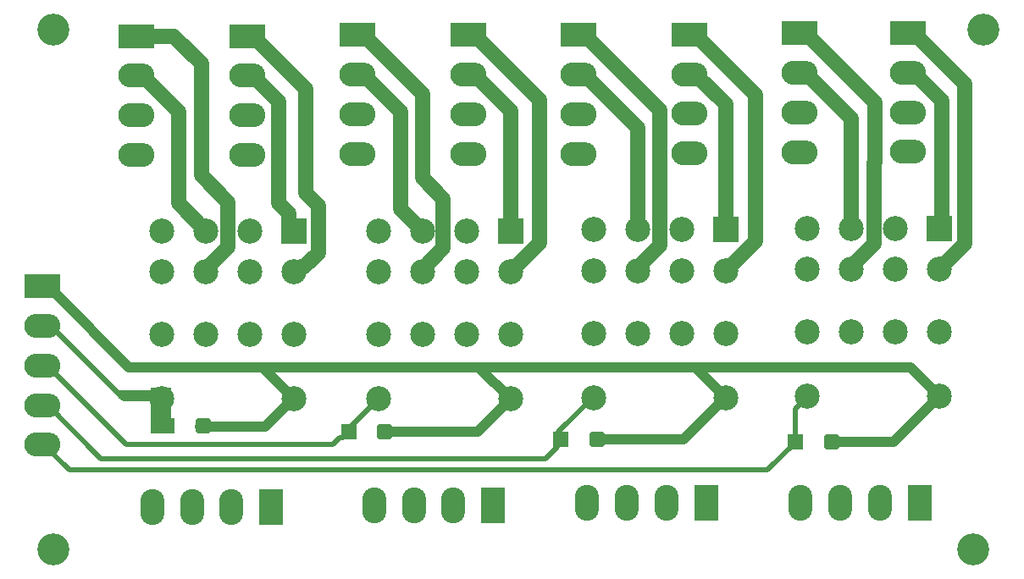
<source format=gbl>
G04*
G04 #@! TF.GenerationSoftware,Altium Limited,Altium Designer,20.2.2 (114)*
G04*
G04 Layer_Physical_Order=2*
G04 Layer_Color=16711680*
%FSLAX44Y44*%
%MOMM*%
G71*
G04*
G04 #@! TF.SameCoordinates,4A35201A-C963-4E52-B05F-806438ECE370*
G04*
G04*
G04 #@! TF.FilePolarity,Positive*
G04*
G01*
G75*
%ADD19C,1.5000*%
%ADD21R,3.6000X2.4000*%
%ADD22O,3.6000X2.4000*%
%ADD23R,2.4000X3.6000*%
%ADD24O,2.4000X3.6000*%
%ADD25C,2.5000*%
%ADD26R,2.5000X2.5000*%
%ADD27C,3.2000*%
G04:AMPARAMS|DCode=28|XSize=1.6mm|YSize=1.6mm|CornerRadius=0.4mm|HoleSize=0mm|Usage=FLASHONLY|Rotation=180.000|XOffset=0mm|YOffset=0mm|HoleType=Round|Shape=RoundedRectangle|*
%AMROUNDEDRECTD28*
21,1,1.6000,0.8000,0,0,180.0*
21,1,0.8000,1.6000,0,0,180.0*
1,1,0.8000,-0.4000,0.4000*
1,1,0.8000,0.4000,0.4000*
1,1,0.8000,0.4000,-0.4000*
1,1,0.8000,-0.4000,-0.4000*
%
%ADD28ROUNDEDRECTD28*%
%ADD29R,1.6000X1.6000*%
%ADD30C,0.5000*%
%ADD31C,1.0000*%
%ADD32R,2.1590X4.5720*%
%ADD33R,3.5560X0.8890*%
D19*
X304800Y336550D02*
Y383540D01*
X280670Y317500D02*
X283376D01*
X288376Y322500D01*
X290750D01*
X304800Y336550D01*
X292100Y396240D02*
X304800Y383540D01*
X239709Y553140D02*
X292100Y500749D01*
Y396240D02*
Y500749D01*
X265430Y386080D02*
Y487819D01*
X233708Y513540D02*
X236648Y510600D01*
X242648D01*
X265430Y487819D01*
Y386080D02*
X275670Y375840D01*
Y363500D02*
Y375840D01*
Y363500D02*
X280670Y358500D01*
X192670Y320206D02*
X214630Y342166D01*
X187960Y414020D02*
X214630Y387350D01*
Y342166D02*
Y387350D01*
X187960Y414020D02*
Y525780D01*
X408940Y411480D02*
Y495697D01*
X429994Y341206D02*
Y390426D01*
X408940Y411480D02*
X429994Y390426D01*
X350227Y554410D02*
X408940Y495697D01*
X350227Y514810D02*
X387717Y477320D01*
Y379776D02*
Y477320D01*
Y379776D02*
X408993Y358500D01*
X344227Y514810D02*
X350227D01*
X894080Y556260D02*
X900080D01*
X951230Y505110D01*
X894080Y516660D02*
X900080D01*
X928370Y363580D02*
Y488370D01*
X900080Y516660D02*
X928370Y488370D01*
X925830Y320040D02*
X951230Y345440D01*
Y505110D01*
X925830Y361040D02*
X928370Y363580D01*
X786301Y555970D02*
X792301D01*
X861060Y487211D01*
Y426720D02*
Y487211D01*
X786301Y516370D02*
X792301D01*
X837830Y361040D02*
Y470841D01*
X792301Y516370D02*
X837830Y470841D01*
X860830Y426490D02*
X861060Y426720D01*
X837830Y320040D02*
Y322746D01*
X860830Y345746D01*
Y426490D01*
X675783Y554700D02*
X681783D01*
X741680Y494803D01*
X675783Y515100D02*
X681783D01*
X712047Y359770D02*
Y484836D01*
X681783Y515100D02*
X712047Y484836D01*
Y318770D02*
X741680Y348403D01*
Y494803D01*
X565264Y554180D02*
X571264D01*
X646430Y479014D01*
X624047Y318770D02*
Y321476D01*
X646430Y343859D01*
Y479014D01*
X565264Y514580D02*
X571264D01*
X624047Y461797D01*
Y359770D02*
Y461797D01*
X454746Y554410D02*
X460746D01*
X525780Y489376D01*
X496993Y317500D02*
X525780Y346287D01*
Y489376D01*
X454746Y514810D02*
X460746D01*
X496993Y478562D01*
Y358500D02*
Y478562D01*
X344227Y554410D02*
X350227D01*
X408993Y317500D02*
Y320206D01*
X429994Y341206D01*
X233708Y553140D02*
X239709D01*
X165100Y386070D02*
X192670Y358500D01*
X165100Y386070D02*
Y477630D01*
X123190Y513540D02*
X129190D01*
X165100Y477630D01*
X123190Y553140D02*
X160600D01*
X187960Y525780D01*
X192670Y317500D02*
Y320206D01*
D21*
X786301Y555970D02*
D03*
X565264Y554180D02*
D03*
X675783Y554700D02*
D03*
X123190Y553140D02*
D03*
X233708D02*
D03*
X344227Y554410D02*
D03*
X454746D02*
D03*
X894080Y556260D02*
D03*
X29210Y302950D02*
D03*
D22*
X786301Y516370D02*
D03*
Y476770D02*
D03*
Y437170D02*
D03*
X565264Y514580D02*
D03*
Y474980D02*
D03*
Y435380D02*
D03*
X675783Y515100D02*
D03*
Y475500D02*
D03*
Y435900D02*
D03*
X123190Y513540D02*
D03*
Y473940D02*
D03*
Y434340D02*
D03*
X233708Y513540D02*
D03*
Y473940D02*
D03*
Y434340D02*
D03*
X344227Y514810D02*
D03*
Y475210D02*
D03*
Y435610D02*
D03*
X454746Y514810D02*
D03*
Y475210D02*
D03*
Y435610D02*
D03*
X894080Y516660D02*
D03*
Y477060D02*
D03*
Y437460D02*
D03*
X29210Y263350D02*
D03*
Y223750D02*
D03*
Y184150D02*
D03*
Y144550D02*
D03*
D23*
X257810Y82550D02*
D03*
X905970Y86360D02*
D03*
X692610D02*
D03*
X479770Y83820D02*
D03*
D24*
X218210Y82550D02*
D03*
X178610D02*
D03*
X139010D02*
D03*
X866370Y86360D02*
D03*
X826770D02*
D03*
X787170D02*
D03*
X653010D02*
D03*
X613410D02*
D03*
X573810D02*
D03*
X440170Y83820D02*
D03*
X400570D02*
D03*
X360970D02*
D03*
D25*
X148670Y190500D02*
D03*
Y254500D02*
D03*
X280670Y190500D02*
D03*
Y254500D02*
D03*
X236670D02*
D03*
X192670D02*
D03*
X236670Y317500D02*
D03*
X280670D02*
D03*
X192670D02*
D03*
X148670D02*
D03*
X236670Y358500D02*
D03*
X192670D02*
D03*
X148670D02*
D03*
X580047Y191770D02*
D03*
Y255770D02*
D03*
X712047Y191770D02*
D03*
Y255770D02*
D03*
X668047D02*
D03*
X624047D02*
D03*
X668047Y318770D02*
D03*
X712047D02*
D03*
X624047D02*
D03*
X580047D02*
D03*
X668047Y359770D02*
D03*
X624047D02*
D03*
X580047D02*
D03*
X364994Y190500D02*
D03*
Y254500D02*
D03*
X496993Y190500D02*
D03*
Y254500D02*
D03*
X452993D02*
D03*
X408993D02*
D03*
X452993Y317500D02*
D03*
X496993D02*
D03*
X408993D02*
D03*
X364994D02*
D03*
X452993Y358500D02*
D03*
X408993D02*
D03*
X364994D02*
D03*
X793830Y193040D02*
D03*
Y257040D02*
D03*
X925830Y193040D02*
D03*
Y257040D02*
D03*
X881830D02*
D03*
X837830D02*
D03*
X881830Y320040D02*
D03*
X925830D02*
D03*
X837830D02*
D03*
X793830D02*
D03*
X881830Y361040D02*
D03*
X837830D02*
D03*
X793830D02*
D03*
D26*
X280670Y358500D02*
D03*
X712047Y359770D02*
D03*
X496993Y358500D02*
D03*
X925830Y361040D02*
D03*
D27*
X960000Y40000D02*
D03*
X970000Y560000D02*
D03*
X40000D02*
D03*
Y40000D02*
D03*
D28*
X189670Y163830D02*
D03*
X371280Y157480D02*
D03*
X818100Y147320D02*
D03*
X583370Y149860D02*
D03*
D29*
X153670Y163830D02*
D03*
X335280Y157480D02*
D03*
X782100Y147320D02*
D03*
X547370Y149860D02*
D03*
D30*
X781575Y180785D02*
X793830Y193040D01*
X781575Y146795D02*
Y180785D01*
X754160Y119380D02*
X781575Y146795D01*
X55880Y119380D02*
X754160D01*
X113030Y144780D02*
X319274D01*
X330704Y152904D02*
Y156210D01*
X329780Y151980D02*
X330704Y152904D01*
X326474Y151980D02*
X329780D01*
X319274Y144780D02*
X326474Y151980D01*
X34060Y223750D02*
X113030Y144780D01*
X29210Y223750D02*
X34060D01*
X16510Y185420D02*
X33020D01*
X87630Y130810D02*
X532130D01*
X33020Y185420D02*
X87630Y130810D01*
X16510Y145820D02*
X29440D01*
X55880Y119380D01*
X330704Y156210D02*
X364994Y190500D01*
X107950Y193040D02*
X110490Y190500D01*
X148670D01*
X29210Y263350D02*
X37640D01*
X107950Y193040D01*
X16510Y225020D02*
X29210D01*
X543689Y142369D02*
Y151479D01*
X532130Y130810D02*
X543689Y142369D01*
X151430Y191770D02*
X153670Y189530D01*
Y163830D02*
Y189530D01*
X544720Y157370D02*
X579120Y191770D01*
X580047D01*
D31*
X248920Y222250D02*
X465243D01*
X248920D02*
X280670Y190500D01*
X186910Y162560D02*
X251460D01*
X279400Y190500D02*
X280670D01*
X251460Y162560D02*
X279400Y190500D01*
X189670Y163830D02*
X190720Y164880D01*
X115910Y222250D02*
X248920D01*
X465243D02*
X681567D01*
X465243D02*
X496993Y190500D01*
X681567Y222250D02*
X712047Y191770D01*
X35210Y302950D02*
X42210Y295950D01*
Y295950D02*
Y295950D01*
Y295950D02*
X115910Y222250D01*
X496993Y190500D02*
X496993D01*
X670137Y149860D02*
X713026Y192749D01*
X29210Y302950D02*
X35210D01*
X818100Y147320D02*
X880110D01*
X925830Y193040D01*
X896620Y222250D02*
X925830Y193040D01*
X371280Y157480D02*
X463973D01*
X496993Y190500D01*
X583370Y149860D02*
X670137D01*
X681567Y222250D02*
X896620D01*
D32*
X147955Y179070D02*
D03*
D33*
X123190Y194945D02*
D03*
M02*

</source>
